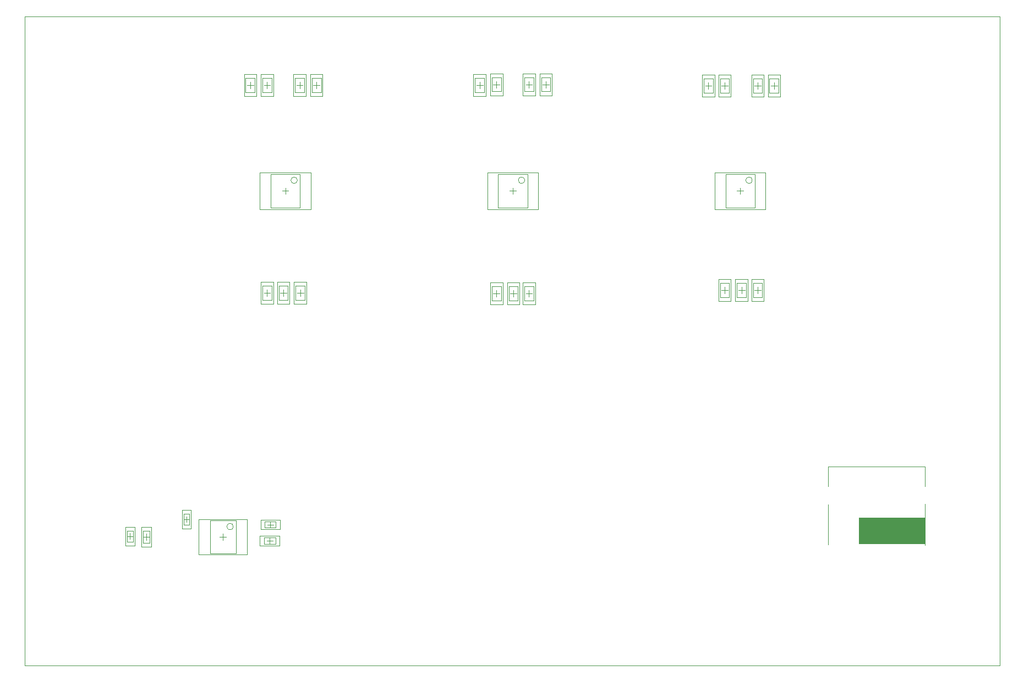
<source format=gko>
G04*
G04 #@! TF.GenerationSoftware,Altium Limited,Altium Designer,19.1.8 (144)*
G04*
G04 Layer_Color=16711935*
%FSLAX25Y25*%
%MOIN*%
G70*
G01*
G75*
%ADD13C,0.00394*%
%ADD14R,0.40158X0.15945*%
%ADD15C,0.00197*%
D13*
X645079Y417618D02*
Y429528D01*
X586221Y417618D02*
Y429528D01*
X645079D01*
Y382087D02*
Y406890D01*
X586221Y382185D02*
Y406791D01*
X99606Y702756D02*
X690158D01*
Y309055D02*
Y702756D01*
X99606Y309055D02*
X690158D01*
X99606D02*
Y702756D01*
X225984Y393307D02*
G03*
X225984Y393307I-1969J0D01*
G01*
X540354Y603346D02*
G03*
X540354Y603346I-1969J0D01*
G01*
X402559D02*
G03*
X402559Y603346I-1969J0D01*
G01*
X264764D02*
G03*
X264764Y603346I-1969J0D01*
G01*
X243701Y656791D02*
Y665256D01*
X249213Y656791D02*
Y665256D01*
X243701D02*
X249213D01*
X243701Y656791D02*
X249213D01*
X227559Y377165D02*
Y396850D01*
X211811Y377165D02*
Y396850D01*
X227559D01*
X211811Y377165D02*
X227559D01*
X524213Y586811D02*
X541929D01*
X524213Y606890D02*
X541929D01*
X524213Y586811D02*
Y606890D01*
X541929Y586811D02*
Y606890D01*
X386417Y586811D02*
X404134D01*
X386417Y606890D02*
X404134D01*
X386417Y586811D02*
Y606890D01*
X404134Y586811D02*
Y606890D01*
X248622Y586811D02*
X266339D01*
X248622Y606890D02*
X266339D01*
X248622Y586811D02*
Y606890D01*
X266339Y586811D02*
Y606890D01*
X161614Y384055D02*
Y390748D01*
X165157Y384055D02*
Y390748D01*
X161614D02*
X165157D01*
X161614Y384055D02*
X165157D01*
X171260Y383465D02*
Y390551D01*
X175197Y383465D02*
Y390551D01*
X171260D02*
X175197D01*
X171260Y383465D02*
X175197D01*
X245079Y396260D02*
X251772D01*
X245079Y392717D02*
X251772D01*
Y396260D01*
X245079Y392717D02*
Y396260D01*
X195866Y394291D02*
Y400984D01*
X199409Y394291D02*
Y400984D01*
X195866D02*
X199409D01*
X195866Y394291D02*
X199409D01*
X540945Y656398D02*
X546457D01*
X540945Y664862D02*
X546457D01*
Y656398D02*
Y664862D01*
X540945Y656398D02*
Y664862D01*
X550787Y656398D02*
X556299D01*
X550787Y664862D02*
X556299D01*
Y656398D02*
Y664862D01*
X550787Y656398D02*
Y664862D01*
X540945Y540846D02*
X546457D01*
X540945Y532382D02*
X546457D01*
X540945D02*
Y540846D01*
X546457Y532382D02*
Y540846D01*
X531102D02*
X536614D01*
X531102Y532382D02*
X536614D01*
X531102D02*
Y540846D01*
X536614Y532382D02*
Y540846D01*
X520866D02*
X526378D01*
X520866Y532382D02*
X526378D01*
X520866D02*
Y540846D01*
X526378Y532382D02*
Y540846D01*
X511024Y656398D02*
X516535D01*
X511024Y664862D02*
X516535D01*
Y656398D02*
Y664862D01*
X511024Y656398D02*
Y664862D01*
X520866Y656398D02*
X526378D01*
X520866Y664862D02*
X526378D01*
Y656398D02*
Y664862D01*
X520866Y656398D02*
Y664862D01*
X402362Y657185D02*
X407874D01*
X402362Y665650D02*
X407874D01*
Y657185D02*
Y665650D01*
X402362Y657185D02*
Y665650D01*
X263386Y656791D02*
X268898D01*
X263386Y665256D02*
X268898D01*
Y656791D02*
Y665256D01*
X263386Y656791D02*
Y665256D01*
X412598Y657185D02*
X418110D01*
X412598Y665650D02*
X418110D01*
Y657185D02*
Y665650D01*
X412598Y657185D02*
Y665650D01*
X273622Y656791D02*
X279134D01*
X273622Y665256D02*
X279134D01*
Y656791D02*
Y665256D01*
X273622Y656791D02*
Y665256D01*
X402362Y538878D02*
X407874D01*
X402362Y530413D02*
X407874D01*
X402362D02*
Y538878D01*
X407874Y530413D02*
Y538878D01*
X263779Y539272D02*
X269291D01*
X263779Y530807D02*
X269291D01*
X263779D02*
Y539272D01*
X269291Y530807D02*
Y539272D01*
X392913Y538878D02*
X398425D01*
X392913Y530413D02*
X398425D01*
X392913D02*
Y538878D01*
X398425Y530413D02*
Y538878D01*
X253543Y539272D02*
X259055D01*
X253543Y530807D02*
X259055D01*
X253543D02*
Y539272D01*
X259055Y530807D02*
Y539272D01*
X382677Y538878D02*
X388189D01*
X382677Y530413D02*
X388189D01*
X382677D02*
Y538878D01*
X388189Y530413D02*
Y538878D01*
X243701Y539272D02*
X249213D01*
X243701Y530807D02*
X249213D01*
X243701D02*
Y539272D01*
X249213Y530807D02*
Y539272D01*
X372441Y656791D02*
X377953D01*
X372441Y665256D02*
X377953D01*
Y656791D02*
Y665256D01*
X372441Y656791D02*
Y665256D01*
X233465Y656791D02*
X238976D01*
X233465Y665256D02*
X238976D01*
Y656791D02*
Y665256D01*
X233465Y656791D02*
Y665256D01*
X382677Y657185D02*
X388189D01*
X382677Y665650D02*
X388189D01*
Y657185D02*
Y665650D01*
X382677Y657185D02*
Y665650D01*
X251476Y382776D02*
Y386516D01*
X244587Y382776D02*
Y386516D01*
X251476D01*
X244587Y382776D02*
X251476D01*
X244488Y661024D02*
X248425D01*
X246457Y659055D02*
Y662992D01*
X217717Y387008D02*
X221654D01*
X219685Y385039D02*
Y388976D01*
X533071Y594882D02*
Y598819D01*
X531102Y596850D02*
X535039D01*
X395276Y594882D02*
Y598819D01*
X393307Y596850D02*
X397244D01*
X257480Y594882D02*
Y598819D01*
X255512Y596850D02*
X259449D01*
X161614Y387402D02*
X165157D01*
X163386Y385630D02*
Y389173D01*
X171260Y387008D02*
X175197D01*
X173228Y385039D02*
Y388976D01*
X248425Y392717D02*
Y396260D01*
X246654Y394488D02*
X250197D01*
X195866Y397638D02*
X199409D01*
X197638Y395866D02*
Y399409D01*
X543701Y658661D02*
Y662598D01*
X541732Y660630D02*
X545669D01*
X553543Y658661D02*
Y662598D01*
X551575Y660630D02*
X555512D01*
X543701Y534646D02*
Y538583D01*
X541732Y536614D02*
X545669D01*
X533858Y534646D02*
Y538583D01*
X531890Y536614D02*
X535827D01*
X523622Y534646D02*
Y538583D01*
X521654Y536614D02*
X525591D01*
X513779Y658661D02*
Y662598D01*
X511811Y660630D02*
X515748D01*
X523622Y658661D02*
Y662598D01*
X521654Y660630D02*
X525591D01*
X405118Y659449D02*
Y663386D01*
X403150Y661417D02*
X407087D01*
X266142Y659055D02*
Y662992D01*
X264173Y661024D02*
X268110D01*
X415354Y659449D02*
Y663386D01*
X413386Y661417D02*
X417323D01*
X276378Y659055D02*
Y662992D01*
X274410Y661024D02*
X278346D01*
X405118Y532677D02*
Y536614D01*
X403150Y534646D02*
X407087D01*
X266535Y533071D02*
Y537008D01*
X264567Y535039D02*
X268504D01*
X395669Y532677D02*
Y536614D01*
X393701Y534646D02*
X397638D01*
X256299Y533071D02*
Y537008D01*
X254331Y535039D02*
X258268D01*
X385433Y532677D02*
Y536614D01*
X383465Y534646D02*
X387402D01*
X246457Y533071D02*
Y537008D01*
X244488Y535039D02*
X248425D01*
X375197Y659055D02*
Y662992D01*
X373228Y661024D02*
X377165D01*
X236221Y659055D02*
Y662992D01*
X234252Y661024D02*
X238189D01*
X385433Y659449D02*
Y663386D01*
X383465Y661417D02*
X387402D01*
X246161Y384646D02*
X249902D01*
X248031Y382776D02*
Y386516D01*
D14*
X624902Y390650D02*
D03*
D15*
X242717Y654331D02*
Y667717D01*
X250197Y654331D02*
Y667717D01*
X242717D02*
X250197D01*
X242717Y654331D02*
X250197D01*
X234252Y376181D02*
Y397835D01*
X205118Y376181D02*
Y397835D01*
X234252D01*
X205118Y376181D02*
X234252D01*
X517717Y585827D02*
X548425D01*
X517717Y607874D02*
X548425D01*
X517717Y585827D02*
Y607874D01*
X548425Y585827D02*
Y607874D01*
X379921Y585827D02*
X410630D01*
X379921Y607874D02*
X410630D01*
X379921Y585827D02*
Y607874D01*
X410630Y585827D02*
Y607874D01*
X242126Y585827D02*
X272835D01*
X242126Y607874D02*
X272835D01*
X242126Y585827D02*
Y607874D01*
X272835Y585827D02*
Y607874D01*
X160630Y381693D02*
Y393110D01*
X166142Y381693D02*
Y393110D01*
X160630D02*
X166142D01*
X160630Y381693D02*
X166142D01*
X170276Y381102D02*
Y392913D01*
X176181Y381102D02*
Y392913D01*
X170276D02*
X176181D01*
X170276Y381102D02*
X176181D01*
X242717Y397244D02*
X254134D01*
X242717Y391732D02*
X254134D01*
Y397244D01*
X242717Y391732D02*
Y397244D01*
X194882Y391929D02*
Y403346D01*
X200394Y391929D02*
Y403346D01*
X194882D02*
X200394D01*
X194882Y391929D02*
X200394D01*
X539961Y653937D02*
X547441D01*
X539961Y667323D02*
X547441D01*
Y653937D02*
Y667323D01*
X539961Y653937D02*
Y667323D01*
X549803Y653937D02*
X557283D01*
X549803Y667323D02*
X557283D01*
Y653937D02*
Y667323D01*
X549803Y653937D02*
Y667323D01*
X539961Y543307D02*
X547441D01*
X539961Y529921D02*
X547441D01*
X539961D02*
Y543307D01*
X547441Y529921D02*
Y543307D01*
X530118D02*
X537598D01*
X530118Y529921D02*
X537598D01*
X530118D02*
Y543307D01*
X537598Y529921D02*
Y543307D01*
X519882D02*
X527362D01*
X519882Y529921D02*
X527362D01*
X519882D02*
Y543307D01*
X527362Y529921D02*
Y543307D01*
X510039Y653937D02*
X517520D01*
X510039Y667323D02*
X517520D01*
Y653937D02*
Y667323D01*
X510039Y653937D02*
Y667323D01*
X519882Y653937D02*
X527362D01*
X519882Y667323D02*
X527362D01*
Y653937D02*
Y667323D01*
X519882Y653937D02*
Y667323D01*
X401378Y654724D02*
X408858D01*
X401378Y668110D02*
X408858D01*
Y654724D02*
Y668110D01*
X401378Y654724D02*
Y668110D01*
X262402Y654331D02*
X269882D01*
X262402Y667717D02*
X269882D01*
Y654331D02*
Y667717D01*
X262402Y654331D02*
Y667717D01*
X411614Y654724D02*
X419095D01*
X411614Y668110D02*
X419095D01*
Y654724D02*
Y668110D01*
X411614Y654724D02*
Y668110D01*
X272638Y654331D02*
X280118D01*
X272638Y667717D02*
X280118D01*
Y654331D02*
Y667717D01*
X272638Y654331D02*
Y667717D01*
X401378Y541339D02*
X408858D01*
X401378Y527953D02*
X408858D01*
X401378D02*
Y541339D01*
X408858Y527953D02*
Y541339D01*
X262795Y541732D02*
X270276D01*
X262795Y528346D02*
X270276D01*
X262795D02*
Y541732D01*
X270276Y528346D02*
Y541732D01*
X391929Y541339D02*
X399409D01*
X391929Y527953D02*
X399409D01*
X391929D02*
Y541339D01*
X399409Y527953D02*
Y541339D01*
X252559Y541732D02*
X260039D01*
X252559Y528346D02*
X260039D01*
X252559D02*
Y541732D01*
X260039Y528346D02*
Y541732D01*
X381693Y541339D02*
X389173D01*
X381693Y527953D02*
X389173D01*
X381693D02*
Y541339D01*
X389173Y527953D02*
Y541339D01*
X242717Y541732D02*
X250197D01*
X242717Y528346D02*
X250197D01*
X242717D02*
Y541732D01*
X250197Y528346D02*
Y541732D01*
X371457Y654331D02*
X378937D01*
X371457Y667717D02*
X378937D01*
Y654331D02*
Y667717D01*
X371457Y654331D02*
Y667717D01*
X232480Y654331D02*
X239961D01*
X232480Y667717D02*
X239961D01*
Y654331D02*
Y667717D01*
X232480Y654331D02*
Y667717D01*
X381693Y654724D02*
X389173D01*
X381693Y668110D02*
X389173D01*
Y654724D02*
Y668110D01*
X381693Y654724D02*
Y668110D01*
X253937Y381693D02*
Y387598D01*
X242126Y381693D02*
Y387598D01*
X253937D01*
X242126Y381693D02*
X253937D01*
M02*

</source>
